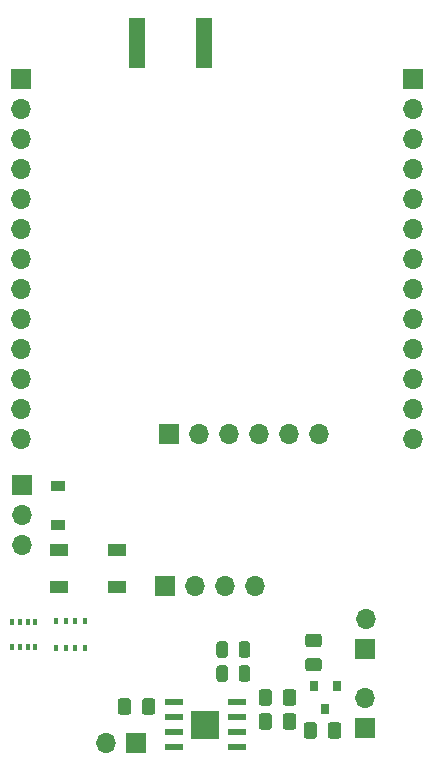
<source format=gbr>
G04 #@! TF.GenerationSoftware,KiCad,Pcbnew,(5.1.10)-1*
G04 #@! TF.CreationDate,2022-01-12T20:10:35+01:00*
G04 #@! TF.ProjectId,ttgot5,7474676f-7435-42e6-9b69-6361645f7063,rev?*
G04 #@! TF.SameCoordinates,Original*
G04 #@! TF.FileFunction,Soldermask,Top*
G04 #@! TF.FilePolarity,Negative*
%FSLAX46Y46*%
G04 Gerber Fmt 4.6, Leading zero omitted, Abs format (unit mm)*
G04 Created by KiCad (PCBNEW (5.1.10)-1) date 2022-01-12 20:10:35*
%MOMM*%
%LPD*%
G01*
G04 APERTURE LIST*
%ADD10R,0.800000X0.900000*%
%ADD11O,1.700000X1.700000*%
%ADD12R,1.700000X1.700000*%
%ADD13R,2.350000X2.350000*%
%ADD14R,1.550000X0.600000*%
%ADD15R,1.200000X0.900000*%
%ADD16R,1.500000X1.000000*%
%ADD17R,1.350000X4.200000*%
%ADD18R,0.400000X0.550000*%
%ADD19R,0.350000X0.500000*%
G04 APERTURE END LIST*
D10*
X127606000Y-159416000D03*
X126656000Y-157416000D03*
X128556000Y-157416000D03*
G36*
G01*
X126139999Y-155056000D02*
X127040001Y-155056000D01*
G75*
G02*
X127290000Y-155305999I0J-249999D01*
G01*
X127290000Y-155956001D01*
G75*
G02*
X127040001Y-156206000I-249999J0D01*
G01*
X126139999Y-156206000D01*
G75*
G02*
X125890000Y-155956001I0J249999D01*
G01*
X125890000Y-155305999D01*
G75*
G02*
X126139999Y-155056000I249999J0D01*
G01*
G37*
G36*
G01*
X126139999Y-153006000D02*
X127040001Y-153006000D01*
G75*
G02*
X127290000Y-153255999I0J-249999D01*
G01*
X127290000Y-153906001D01*
G75*
G02*
X127040001Y-154156000I-249999J0D01*
G01*
X126139999Y-154156000D01*
G75*
G02*
X125890000Y-153906001I0J249999D01*
G01*
X125890000Y-153255999D01*
G75*
G02*
X126139999Y-153006000I249999J0D01*
G01*
G37*
G36*
G01*
X111163000Y-158727999D02*
X111163000Y-159628001D01*
G75*
G02*
X110913001Y-159878000I-249999J0D01*
G01*
X110262999Y-159878000D01*
G75*
G02*
X110013000Y-159628001I0J249999D01*
G01*
X110013000Y-158727999D01*
G75*
G02*
X110262999Y-158478000I249999J0D01*
G01*
X110913001Y-158478000D01*
G75*
G02*
X111163000Y-158727999I0J-249999D01*
G01*
G37*
G36*
G01*
X113213000Y-158727999D02*
X113213000Y-159628001D01*
G75*
G02*
X112963001Y-159878000I-249999J0D01*
G01*
X112312999Y-159878000D01*
G75*
G02*
X112063000Y-159628001I0J249999D01*
G01*
X112063000Y-158727999D01*
G75*
G02*
X112312999Y-158478000I249999J0D01*
G01*
X112963001Y-158478000D01*
G75*
G02*
X113213000Y-158727999I0J-249999D01*
G01*
G37*
G36*
G01*
X123092000Y-157965999D02*
X123092000Y-158866001D01*
G75*
G02*
X122842001Y-159116000I-249999J0D01*
G01*
X122191999Y-159116000D01*
G75*
G02*
X121942000Y-158866001I0J249999D01*
G01*
X121942000Y-157965999D01*
G75*
G02*
X122191999Y-157716000I249999J0D01*
G01*
X122842001Y-157716000D01*
G75*
G02*
X123092000Y-157965999I0J-249999D01*
G01*
G37*
G36*
G01*
X125142000Y-157965999D02*
X125142000Y-158866001D01*
G75*
G02*
X124892001Y-159116000I-249999J0D01*
G01*
X124241999Y-159116000D01*
G75*
G02*
X123992000Y-158866001I0J249999D01*
G01*
X123992000Y-157965999D01*
G75*
G02*
X124241999Y-157716000I249999J0D01*
G01*
X124892001Y-157716000D01*
G75*
G02*
X125142000Y-157965999I0J-249999D01*
G01*
G37*
G36*
G01*
X123092000Y-159997999D02*
X123092000Y-160898001D01*
G75*
G02*
X122842001Y-161148000I-249999J0D01*
G01*
X122191999Y-161148000D01*
G75*
G02*
X121942000Y-160898001I0J249999D01*
G01*
X121942000Y-159997999D01*
G75*
G02*
X122191999Y-159748000I249999J0D01*
G01*
X122842001Y-159748000D01*
G75*
G02*
X123092000Y-159997999I0J-249999D01*
G01*
G37*
G36*
G01*
X125142000Y-159997999D02*
X125142000Y-160898001D01*
G75*
G02*
X124892001Y-161148000I-249999J0D01*
G01*
X124241999Y-161148000D01*
G75*
G02*
X123992000Y-160898001I0J249999D01*
G01*
X123992000Y-159997999D01*
G75*
G02*
X124241999Y-159748000I249999J0D01*
G01*
X124892001Y-159748000D01*
G75*
G02*
X125142000Y-159997999I0J-249999D01*
G01*
G37*
D11*
X109064000Y-162226000D03*
D12*
X111604000Y-162226000D03*
G36*
G01*
X119360500Y-153895750D02*
X119360500Y-154808250D01*
G75*
G02*
X119116750Y-155052000I-243750J0D01*
G01*
X118629250Y-155052000D01*
G75*
G02*
X118385500Y-154808250I0J243750D01*
G01*
X118385500Y-153895750D01*
G75*
G02*
X118629250Y-153652000I243750J0D01*
G01*
X119116750Y-153652000D01*
G75*
G02*
X119360500Y-153895750I0J-243750D01*
G01*
G37*
G36*
G01*
X121235500Y-153895750D02*
X121235500Y-154808250D01*
G75*
G02*
X120991750Y-155052000I-243750J0D01*
G01*
X120504250Y-155052000D01*
G75*
G02*
X120260500Y-154808250I0J243750D01*
G01*
X120260500Y-153895750D01*
G75*
G02*
X120504250Y-153652000I243750J0D01*
G01*
X120991750Y-153652000D01*
G75*
G02*
X121235500Y-153895750I0J-243750D01*
G01*
G37*
G36*
G01*
X119360500Y-155927750D02*
X119360500Y-156840250D01*
G75*
G02*
X119116750Y-157084000I-243750J0D01*
G01*
X118629250Y-157084000D01*
G75*
G02*
X118385500Y-156840250I0J243750D01*
G01*
X118385500Y-155927750D01*
G75*
G02*
X118629250Y-155684000I243750J0D01*
G01*
X119116750Y-155684000D01*
G75*
G02*
X119360500Y-155927750I0J-243750D01*
G01*
G37*
G36*
G01*
X121235500Y-155927750D02*
X121235500Y-156840250D01*
G75*
G02*
X120991750Y-157084000I-243750J0D01*
G01*
X120504250Y-157084000D01*
G75*
G02*
X120260500Y-156840250I0J243750D01*
G01*
X120260500Y-155927750D01*
G75*
G02*
X120504250Y-155684000I243750J0D01*
G01*
X120991750Y-155684000D01*
G75*
G02*
X121235500Y-155927750I0J-243750D01*
G01*
G37*
G36*
G01*
X126902000Y-160759999D02*
X126902000Y-161660001D01*
G75*
G02*
X126652001Y-161910000I-249999J0D01*
G01*
X126001999Y-161910000D01*
G75*
G02*
X125752000Y-161660001I0J249999D01*
G01*
X125752000Y-160759999D01*
G75*
G02*
X126001999Y-160510000I249999J0D01*
G01*
X126652001Y-160510000D01*
G75*
G02*
X126902000Y-160759999I0J-249999D01*
G01*
G37*
G36*
G01*
X128952000Y-160759999D02*
X128952000Y-161660001D01*
G75*
G02*
X128702001Y-161910000I-249999J0D01*
G01*
X128051999Y-161910000D01*
G75*
G02*
X127802000Y-161660001I0J249999D01*
G01*
X127802000Y-160759999D01*
G75*
G02*
X128051999Y-160510000I249999J0D01*
G01*
X128702001Y-160510000D01*
G75*
G02*
X128952000Y-160759999I0J-249999D01*
G01*
G37*
D13*
X117446000Y-160702000D03*
D14*
X120146000Y-158797000D03*
X120146000Y-160067000D03*
X120146000Y-161337000D03*
X120146000Y-162607000D03*
X114746000Y-162607000D03*
X114746000Y-161337000D03*
X114746000Y-160067000D03*
X114746000Y-158797000D03*
D15*
X105000000Y-140510000D03*
X105000000Y-143810000D03*
D11*
X101952000Y-145462000D03*
X101952000Y-142922000D03*
D12*
X101952000Y-140382000D03*
D16*
X105090000Y-145894000D03*
X105090000Y-149094000D03*
X109990000Y-145894000D03*
X109990000Y-149094000D03*
D11*
X127098000Y-136064000D03*
X124558000Y-136064000D03*
X122018000Y-136064000D03*
X119478000Y-136064000D03*
X116938000Y-136064000D03*
D12*
X114398000Y-136064000D03*
D11*
X131060400Y-151761200D03*
D12*
X131000000Y-154301200D03*
D11*
X131000000Y-158460000D03*
D12*
X131000000Y-161000000D03*
D17*
X117325000Y-103000000D03*
X111675000Y-103000000D03*
D12*
X101850000Y-106000000D03*
D11*
X101850000Y-108540000D03*
X101850000Y-111080000D03*
X101850000Y-113620000D03*
X101850000Y-116160000D03*
X101850000Y-118700000D03*
X101850000Y-121240000D03*
X101850000Y-123780000D03*
X101850000Y-126320000D03*
X101850000Y-128860000D03*
X101850000Y-131400000D03*
X101850000Y-133940000D03*
X101850000Y-136480000D03*
X135000000Y-136480000D03*
X135000000Y-133940000D03*
X135000000Y-131400000D03*
X135000000Y-128860000D03*
X135000000Y-126320000D03*
X135000000Y-123780000D03*
X135000000Y-121240000D03*
X135000000Y-118700000D03*
X135000000Y-116160000D03*
X135000000Y-113620000D03*
X135000000Y-111080000D03*
X135000000Y-108540000D03*
D12*
X135000000Y-106000000D03*
X114000000Y-149000000D03*
D11*
X116540000Y-149000000D03*
X119080000Y-149000000D03*
X121620000Y-149000000D03*
D18*
X104816000Y-151932000D03*
X105616000Y-151932000D03*
X106416000Y-151932000D03*
X107216000Y-151932000D03*
X107216000Y-154232000D03*
X106416000Y-154232000D03*
X105616000Y-154232000D03*
X104816000Y-154232000D03*
D19*
X103054000Y-152057000D03*
X102404000Y-152057000D03*
X101754000Y-152057000D03*
X101104000Y-152057000D03*
X101104000Y-154107000D03*
X101754000Y-154107000D03*
X102404000Y-154107000D03*
X103054000Y-154107000D03*
M02*

</source>
